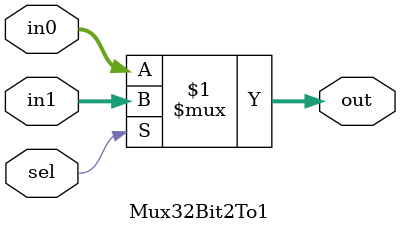
<source format=sv>
module Mux32Bit2To1(input[31:0] in0,
		input[31:0] in1,
		input sel,
		output[31:0] out);

	assign out = sel ? in1 : in0;

endmodule

</source>
